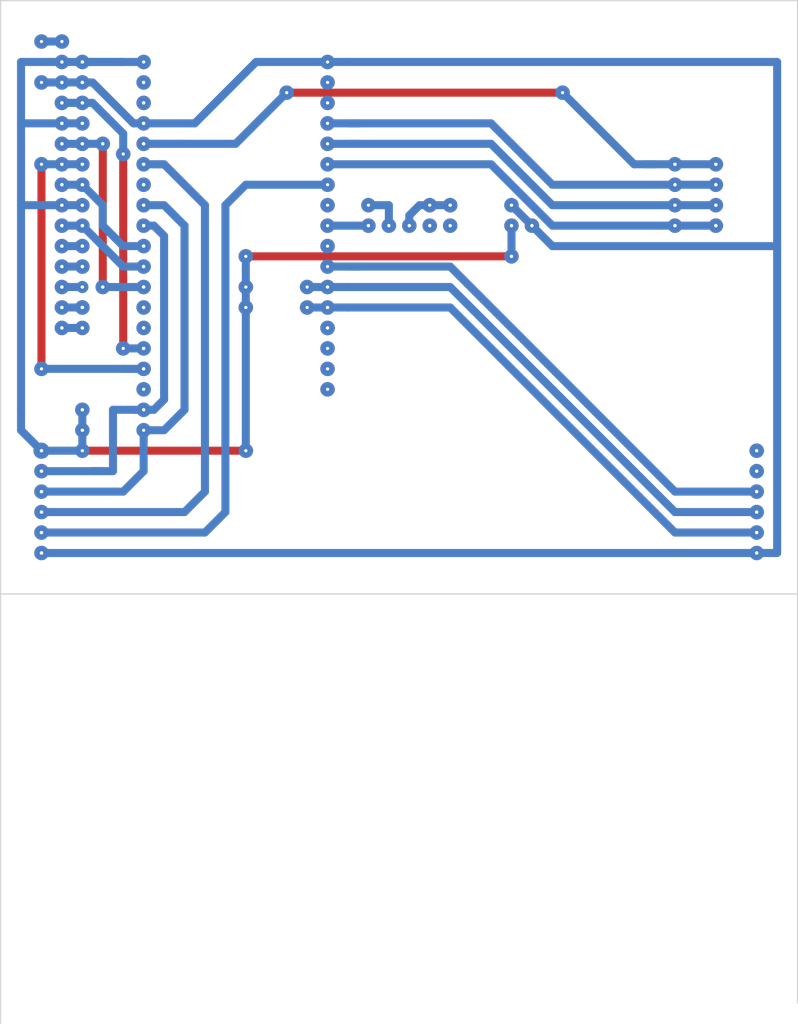
<source format=kicad_pcb>
(kicad_pcb (version 20171130) (host pcbnew "(5.0.1-3-g963ef8bb5)")

  (general
    (thickness 1.6)
    (drawings 5)
    (tracks 637)
    (zones 0)
    (modules 0)
    (nets 1)
  )

  (page A4)
  (layers
    (0 F.Cu signal)
    (31 B.Cu signal)
    (32 B.Adhes user)
    (33 F.Adhes user)
    (34 B.Paste user)
    (35 F.Paste user)
    (36 B.SilkS user)
    (37 F.SilkS user)
    (38 B.Mask user)
    (39 F.Mask user)
    (40 Dwgs.User user)
    (41 Cmts.User user)
    (42 Eco1.User user)
    (43 Eco2.User user)
    (44 Edge.Cuts user)
    (45 Margin user)
    (46 B.CrtYd user)
    (47 F.CrtYd user)
    (48 B.Fab user)
    (49 F.Fab user)
  )

  (setup
    (last_trace_width 1)
    (trace_clearance 0.2)
    (zone_clearance 0.508)
    (zone_45_only no)
    (trace_min 0.2)
    (segment_width 0.2)
    (edge_width 0.15)
    (via_size 1.8)
    (via_drill 0.4)
    (via_min_size 0.4)
    (via_min_drill 0.3)
    (uvia_size 0.3)
    (uvia_drill 0.1)
    (uvias_allowed no)
    (uvia_min_size 0.2)
    (uvia_min_drill 0.1)
    (pcb_text_width 0.3)
    (pcb_text_size 1.5 1.5)
    (mod_edge_width 0.15)
    (mod_text_size 1 1)
    (mod_text_width 0.15)
    (pad_size 1.524 1.524)
    (pad_drill 0.762)
    (pad_to_mask_clearance 0.051)
    (solder_mask_min_width 0.25)
    (aux_axis_origin 0 0)
    (visible_elements FFFFFF7F)
    (pcbplotparams
      (layerselection 0x010fc_ffffffff)
      (usegerberextensions false)
      (usegerberattributes false)
      (usegerberadvancedattributes false)
      (creategerberjobfile false)
      (excludeedgelayer true)
      (linewidth 0.150000)
      (plotframeref false)
      (viasonmask false)
      (mode 1)
      (useauxorigin false)
      (hpglpennumber 1)
      (hpglpenspeed 20)
      (hpglpendiameter 15.000000)
      (psnegative false)
      (psa4output false)
      (plotreference true)
      (plotvalue true)
      (plotinvisibletext false)
      (padsonsilk false)
      (subtractmaskfromsilk false)
      (outputformat 1)
      (mirror false)
      (drillshape 1)
      (scaleselection 1)
      (outputdirectory ""))
  )

  (net 0 "")

  (net_class Default "This is the default net class."
    (clearance 0.2)
    (trace_width 1)
    (via_dia 1.8)
    (via_drill 0.4)
    (uvia_dia 0.3)
    (uvia_drill 0.1)
  )

  (net_class neti ""
    (clearance 0.2)
    (trace_width 0.8)
    (via_dia 3)
    (via_drill 0.4)
    (uvia_dia 0.3)
    (uvia_drill 0.1)
  )

  (gr_line (start 57.15 91.44) (end 43.18 91.44) (layer Edge.Cuts) (width 0.15))
  (gr_line (start 57.15 91.44) (end 142.24 91.44) (layer Edge.Cuts) (width 0.15))
  (gr_line (start 142.24 17.78) (end 142.24 142.24) (layer Edge.Cuts) (width 0.15))
  (gr_line (start 43.18 17.78) (end 142.24 17.78) (layer Edge.Cuts) (width 0.15))
  (gr_line (start 43.18 144.78) (end 43.18 17.78) (layer Edge.Cuts) (width 0.15))

  (via (at 60.96 27.94) (size 0.8) (drill 0.4) (layers F.Cu B.Cu) (net 0))
  (via (at 60.96 30.48) (size 0.8) (drill 0.4) (layers F.Cu B.Cu) (net 0))
  (via (at 60.96 33.02) (size 0.8) (drill 0.4) (layers F.Cu B.Cu) (net 0))
  (via (at 60.96 35.56) (size 0.8) (drill 0.4) (layers F.Cu B.Cu) (net 0))
  (via (at 60.96 38.1) (size 0.8) (drill 0.4) (layers F.Cu B.Cu) (net 0))
  (via (at 60.96 38.1) (size 0.8) (drill 0.4) (layers F.Cu B.Cu) (net 0) (tstamp 5C68311F))
  (via (at 60.96 38.1) (size 0.8) (drill 0.4) (layers F.Cu B.Cu) (net 0))
  (via (at 60.96 40.64) (size 0.8) (drill 0.4) (layers F.Cu B.Cu) (net 0))
  (via (at 60.96 43.18) (size 0.8) (drill 0.4) (layers F.Cu B.Cu) (net 0))
  (via (at 60.96 45.72) (size 0.8) (drill 0.4) (layers F.Cu B.Cu) (net 0))
  (via (at 60.96 48.26) (size 0.8) (drill 0.4) (layers F.Cu B.Cu) (net 0))
  (via (at 60.96 50.8) (size 0.8) (drill 0.4) (layers F.Cu B.Cu) (net 0))
  (via (at 60.96 53.34) (size 0.8) (drill 0.4) (layers F.Cu B.Cu) (net 0))
  (via (at 60.96 55.88) (size 0.8) (drill 0.4) (layers F.Cu B.Cu) (net 0))
  (via (at 60.96 58.42) (size 0.8) (drill 0.4) (layers F.Cu B.Cu) (net 0))
  (via (at 60.96 60.96) (size 0.8) (drill 0.4) (layers F.Cu B.Cu) (net 0))
  (via (at 60.96 63.5) (size 0.8) (drill 0.4) (layers F.Cu B.Cu) (net 0))
  (via (at 53.34 25.4) (size 0.8) (drill 0.4) (layers F.Cu B.Cu) (net 0))
  (via (at 53.34 27.94) (size 0.8) (drill 0.4) (layers F.Cu B.Cu) (net 0))
  (via (at 53.34 30.48) (size 0.8) (drill 0.4) (layers F.Cu B.Cu) (net 0))
  (via (at 53.34 33.02) (size 0.8) (drill 0.4) (layers F.Cu B.Cu) (net 0))
  (via (at 53.34 35.56) (size 0.8) (drill 0.4) (layers F.Cu B.Cu) (net 0))
  (via (at 53.34 38.1) (size 0.8) (drill 0.4) (layers F.Cu B.Cu) (net 0))
  (via (at 53.34 40.64) (size 0.8) (drill 0.4) (layers F.Cu B.Cu) (net 0))
  (via (at 53.34 43.18) (size 0.8) (drill 0.4) (layers F.Cu B.Cu) (net 0))
  (via (at 53.34 45.72) (size 0.8) (drill 0.4) (layers F.Cu B.Cu) (net 0))
  (via (at 53.34 48.26) (size 0.8) (drill 0.4) (layers F.Cu B.Cu) (net 0))
  (via (at 53.34 50.8) (size 0.8) (drill 0.4) (layers F.Cu B.Cu) (net 0))
  (via (at 53.34 53.34) (size 0.8) (drill 0.4) (layers F.Cu B.Cu) (net 0))
  (via (at 53.34 55.88) (size 0.8) (drill 0.4) (layers F.Cu B.Cu) (net 0))
  (via (at 53.34 58.42) (size 0.8) (drill 0.4) (layers F.Cu B.Cu) (net 0))
  (segment (start 50.8 25.4) (end 50.8 25.4) (width 0.25) (layer B.Cu) (net 0) (tstamp 5C683492))
  (via (at 50.8 25.4) (size 0.8) (drill 0.4) (layers F.Cu B.Cu) (net 0))
  (via (at 50.8 27.94) (size 0.8) (drill 0.4) (layers F.Cu B.Cu) (net 0))
  (via (at 50.8 30.48) (size 0.8) (drill 0.4) (layers F.Cu B.Cu) (net 0))
  (via (at 50.8 33.02) (size 0.8) (drill 0.4) (layers F.Cu B.Cu) (net 0))
  (via (at 50.8 35.56) (size 0.8) (drill 0.4) (layers F.Cu B.Cu) (net 0))
  (via (at 50.8 38.1) (size 0.8) (drill 0.4) (layers F.Cu B.Cu) (net 0))
  (via (at 50.8 40.64) (size 0.8) (drill 0.4) (layers F.Cu B.Cu) (net 0))
  (via (at 50.8 43.18) (size 0.8) (drill 0.4) (layers F.Cu B.Cu) (net 0))
  (via (at 50.8 45.72) (size 0.8) (drill 0.4) (layers F.Cu B.Cu) (net 0))
  (via (at 50.8 48.26) (size 0.8) (drill 0.4) (layers F.Cu B.Cu) (net 0))
  (via (at 50.8 50.8) (size 0.8) (drill 0.4) (layers F.Cu B.Cu) (net 0))
  (via (at 50.8 53.34) (size 0.8) (drill 0.4) (layers F.Cu B.Cu) (net 0))
  (via (at 50.8 55.88) (size 0.8) (drill 0.4) (layers F.Cu B.Cu) (net 0))
  (via (at 50.8 58.42) (size 0.8) (drill 0.4) (layers F.Cu B.Cu) (net 0))
  (via (at 127 38.1) (size 0.8) (drill 0.4) (layers F.Cu B.Cu) (net 0))
  (via (at 127 40.64) (size 0.8) (drill 0.4) (layers F.Cu B.Cu) (net 0))
  (via (at 127 43.18) (size 0.8) (drill 0.4) (layers F.Cu B.Cu) (net 0))
  (via (at 127 45.72) (size 0.8) (drill 0.4) (layers F.Cu B.Cu) (net 0))
  (via (at 132.08 45.72) (size 0.8) (drill 0.4) (layers F.Cu B.Cu) (net 0))
  (via (at 132.08 43.18) (size 0.8) (drill 0.4) (layers F.Cu B.Cu) (net 0))
  (via (at 132.08 40.64) (size 0.8) (drill 0.4) (layers F.Cu B.Cu) (net 0))
  (via (at 132.08 38.1) (size 0.8) (drill 0.4) (layers F.Cu B.Cu) (net 0))
  (via (at 48.26 76.2) (size 0.8) (drill 0.4) (layers F.Cu B.Cu) (net 0))
  (via (at 48.26 78.74) (size 0.8) (drill 0.4) (layers F.Cu B.Cu) (net 0))
  (via (at 48.26 81.28) (size 0.8) (drill 0.4) (layers F.Cu B.Cu) (net 0))
  (via (at 48.26 83.82) (size 0.8) (drill 0.4) (layers F.Cu B.Cu) (net 0))
  (via (at 48.26 86.36) (size 0.8) (drill 0.4) (layers F.Cu B.Cu) (net 0))
  (via (at 137.16 76.2) (size 0.8) (drill 0.4) (layers F.Cu B.Cu) (net 0))
  (via (at 137.16 78.74) (size 0.8) (drill 0.4) (layers F.Cu B.Cu) (net 0))
  (via (at 137.16 81.28) (size 0.8) (drill 0.4) (layers F.Cu B.Cu) (net 0))
  (via (at 137.16 83.82) (size 0.8) (drill 0.4) (layers F.Cu B.Cu) (net 0))
  (via (at 137.16 86.36) (size 0.8) (drill 0.4) (layers F.Cu B.Cu) (net 0))
  (via (at 48.26 78.74) (size 0.8) (drill 0.4) (layers F.Cu B.Cu) (net 0) (tstamp 5C6836AE))
  (via (at 48.26 78.74) (size 0.8) (drill 0.4) (layers F.Cu B.Cu) (net 0))
  (via (at 60.96 63.5) (size 0.8) (drill 0.4) (layers F.Cu B.Cu) (net 0) (tstamp 5C6837BA))
  (via (at 60.96 63.5) (size 1.2) (drill 0.4) (layers F.Cu B.Cu) (net 0))
  (via (at 60.96 60.96) (size 0.8) (drill 0.4) (layers F.Cu B.Cu) (net 0) (tstamp 5C6837BC))
  (via (at 60.96 60.96) (size 1.2) (drill 0.4) (layers F.Cu B.Cu) (net 0))
  (via (at 60.96 27.94) (size 0.8) (drill 0.4) (layers F.Cu B.Cu) (net 0) (tstamp 5C6837BF))
  (via (at 60.96 27.94) (size 1.2) (drill 0.4) (layers F.Cu B.Cu) (net 0))
  (via (at 60.96 30.48) (size 0.8) (drill 0.4) (layers F.Cu B.Cu) (net 0) (tstamp 5C6837C1))
  (via (at 60.96 30.48) (size 1.2) (drill 0.4) (layers F.Cu B.Cu) (net 0))
  (via (at 60.96 33.02) (size 0.8) (drill 0.4) (layers F.Cu B.Cu) (net 0) (tstamp 5C6837C3))
  (via (at 60.96 33.02) (size 1.2) (drill 0.4) (layers F.Cu B.Cu) (net 0))
  (via (at 60.96 35.56) (size 0.8) (drill 0.4) (layers F.Cu B.Cu) (net 0) (tstamp 5C6837C5))
  (via (at 60.96 35.56) (size 1.2) (drill 0.4) (layers F.Cu B.Cu) (net 0))
  (via (at 60.96 38.1) (size 0.8) (drill 0.4) (layers F.Cu B.Cu) (net 0) (tstamp 5C6837C7))
  (via (at 60.96 38.1) (size 1.2) (drill 0.4) (layers F.Cu B.Cu) (net 0))
  (via (at 60.96 40.64) (size 0.8) (drill 0.4) (layers F.Cu B.Cu) (net 0) (tstamp 5C6837C9))
  (via (at 60.96 40.64) (size 1.2) (drill 0.4) (layers F.Cu B.Cu) (net 0))
  (via (at 60.96 43.18) (size 0.8) (drill 0.4) (layers F.Cu B.Cu) (net 0) (tstamp 5C6837CB))
  (via (at 60.96 43.18) (size 1.2) (drill 0.4) (layers F.Cu B.Cu) (net 0))
  (via (at 60.96 45.72) (size 0.8) (drill 0.4) (layers F.Cu B.Cu) (net 0) (tstamp 5C6837CD))
  (via (at 60.96 45.72) (size 1.2) (drill 0.4) (layers F.Cu B.Cu) (net 0))
  (via (at 60.96 48.26) (size 0.8) (drill 0.4) (layers F.Cu B.Cu) (net 0) (tstamp 5C6837CF))
  (via (at 60.96 48.26) (size 1.2) (drill 0.4) (layers F.Cu B.Cu) (net 0))
  (via (at 60.96 50.8) (size 0.8) (drill 0.4) (layers F.Cu B.Cu) (net 0) (tstamp 5C6837D1))
  (via (at 60.96 50.8) (size 1.2) (drill 0.4) (layers F.Cu B.Cu) (net 0))
  (via (at 60.96 53.34) (size 0.8) (drill 0.4) (layers F.Cu B.Cu) (net 0) (tstamp 5C6837D3))
  (via (at 60.96 53.34) (size 1.2) (drill 0.4) (layers F.Cu B.Cu) (net 0))
  (via (at 60.96 55.88) (size 0.8) (drill 0.4) (layers F.Cu B.Cu) (net 0) (tstamp 5C6837D5))
  (via (at 60.96 55.88) (size 1.2) (drill 0.4) (layers F.Cu B.Cu) (net 0))
  (via (at 60.96 58.42) (size 0.8) (drill 0.4) (layers F.Cu B.Cu) (net 0) (tstamp 5C6837D7))
  (via (at 60.96 58.42) (size 1.2) (drill 0.4) (layers F.Cu B.Cu) (net 0))
  (via (at 60.96 60.96) (size 0.8) (drill 0.4) (layers F.Cu B.Cu) (net 0) (tstamp 5C6837D9))
  (via (at 60.96 60.96) (size 1.2) (drill 0.4) (layers F.Cu B.Cu) (net 0))
  (via (at 60.96 63.5) (size 0.8) (drill 0.4) (layers F.Cu B.Cu) (net 0) (tstamp 5C6837EF))
  (via (at 60.96 63.5) (size 1.2) (drill 0.4) (layers F.Cu B.Cu) (net 0))
  (via (at 60.96 63.5) (size 0.8) (drill 0.4) (layers F.Cu B.Cu) (net 0) (tstamp 5C6837F3))
  (via (at 60.96 63.5) (size 1.5) (drill 0.4) (layers F.Cu B.Cu) (net 0))
  (via (at 60.96 60.96) (size 0.8) (drill 0.4) (layers F.Cu B.Cu) (net 0) (tstamp 5C6837F5))
  (via (at 60.96 60.96) (size 1.5) (drill 0.4) (layers F.Cu B.Cu) (net 0))
  (via (at 60.96 60.96) (size 0.8) (drill 0.4) (layers F.Cu B.Cu) (net 0) (tstamp 5C6837F7))
  (via (at 60.96 60.96) (size 1.5) (drill 0.4) (layers F.Cu B.Cu) (net 0))
  (via (at 60.96 58.42) (size 0.8) (drill 0.4) (layers F.Cu B.Cu) (net 0) (tstamp 5C6837F9))
  (via (at 60.96 58.42) (size 1.5) (drill 0.4) (layers F.Cu B.Cu) (net 0))
  (via (at 60.96 55.88) (size 0.8) (drill 0.4) (layers F.Cu B.Cu) (net 0) (tstamp 5C6837FB))
  (via (at 60.96 55.88) (size 1.5) (drill 0.4) (layers F.Cu B.Cu) (net 0))
  (via (at 60.96 53.34) (size 0.8) (drill 0.4) (layers F.Cu B.Cu) (net 0) (tstamp 5C6837FD))
  (via (at 60.96 53.34) (size 1.5) (drill 0.4) (layers F.Cu B.Cu) (net 0))
  (via (at 60.96 50.8) (size 0.8) (drill 0.4) (layers F.Cu B.Cu) (net 0) (tstamp 5C6837FF))
  (via (at 60.96 50.8) (size 1.5) (drill 0.4) (layers F.Cu B.Cu) (net 0))
  (via (at 60.96 48.26) (size 0.8) (drill 0.4) (layers F.Cu B.Cu) (net 0) (tstamp 5C683801))
  (via (at 60.96 48.26) (size 1.5) (drill 0.4) (layers F.Cu B.Cu) (net 0))
  (via (at 60.96 45.72) (size 0.8) (drill 0.4) (layers F.Cu B.Cu) (net 0) (tstamp 5C683803))
  (via (at 60.96 45.72) (size 1.5) (drill 0.4) (layers F.Cu B.Cu) (net 0))
  (via (at 60.96 43.18) (size 0.8) (drill 0.4) (layers F.Cu B.Cu) (net 0) (tstamp 5C683805))
  (via (at 60.96 43.18) (size 1.5) (drill 0.4) (layers F.Cu B.Cu) (net 0))
  (via (at 60.96 40.64) (size 0.8) (drill 0.4) (layers F.Cu B.Cu) (net 0) (tstamp 5C683807))
  (via (at 60.96 40.64) (size 1.5) (drill 0.4) (layers F.Cu B.Cu) (net 0))
  (via (at 60.96 38.1) (size 0.8) (drill 0.4) (layers F.Cu B.Cu) (net 0) (tstamp 5C683809))
  (via (at 60.96 38.1) (size 1.5) (drill 0.4) (layers F.Cu B.Cu) (net 0))
  (via (at 60.96 35.56) (size 0.8) (drill 0.4) (layers F.Cu B.Cu) (net 0) (tstamp 5C68380B))
  (via (at 60.96 35.56) (size 1.5) (drill 0.4) (layers F.Cu B.Cu) (net 0))
  (via (at 60.96 33.02) (size 0.8) (drill 0.4) (layers F.Cu B.Cu) (net 0) (tstamp 5C68380D))
  (via (at 60.96 33.02) (size 1.5) (drill 0.4) (layers F.Cu B.Cu) (net 0))
  (via (at 60.96 30.48) (size 0.8) (drill 0.4) (layers F.Cu B.Cu) (net 0) (tstamp 5C68380F))
  (via (at 60.96 30.48) (size 1.5) (drill 0.4) (layers F.Cu B.Cu) (net 0))
  (via (at 60.96 27.94) (size 0.8) (drill 0.4) (layers F.Cu B.Cu) (net 0) (tstamp 5C683811))
  (via (at 60.96 27.94) (size 1.5) (drill 0.4) (layers F.Cu B.Cu) (net 0))
  (via (at 53.34 25.4) (size 0.8) (drill 0.4) (layers F.Cu B.Cu) (net 0) (tstamp 5C683813))
  (via (at 53.34 25.4) (size 1.5) (drill 0.4) (layers F.Cu B.Cu) (net 0))
  (via (at 53.34 27.94) (size 0.8) (drill 0.4) (layers F.Cu B.Cu) (net 0) (tstamp 5C683815))
  (via (at 53.34 27.94) (size 1.5) (drill 0.4) (layers F.Cu B.Cu) (net 0))
  (via (at 53.34 30.48) (size 0.8) (drill 0.4) (layers F.Cu B.Cu) (net 0) (tstamp 5C683817))
  (via (at 53.34 30.48) (size 1.5) (drill 0.4) (layers F.Cu B.Cu) (net 0))
  (via (at 53.34 33.02) (size 0.8) (drill 0.4) (layers F.Cu B.Cu) (net 0) (tstamp 5C683819))
  (via (at 53.34 33.02) (size 1.5) (drill 0.4) (layers F.Cu B.Cu) (net 0))
  (via (at 53.34 35.56) (size 0.8) (drill 0.4) (layers F.Cu B.Cu) (net 0) (tstamp 5C68381B))
  (via (at 53.34 35.56) (size 1.5) (drill 0.4) (layers F.Cu B.Cu) (net 0))
  (via (at 53.34 38.1) (size 0.8) (drill 0.4) (layers F.Cu B.Cu) (net 0) (tstamp 5C68381D))
  (via (at 53.34 38.1) (size 1.5) (drill 0.4) (layers F.Cu B.Cu) (net 0))
  (via (at 53.34 40.64) (size 0.8) (drill 0.4) (layers F.Cu B.Cu) (net 0) (tstamp 5C68381F))
  (via (at 53.34 40.64) (size 1.5) (drill 0.4) (layers F.Cu B.Cu) (net 0))
  (via (at 53.34 43.18) (size 0.8) (drill 0.4) (layers F.Cu B.Cu) (net 0) (tstamp 5C683821))
  (via (at 53.34 43.18) (size 1.5) (drill 0.4) (layers F.Cu B.Cu) (net 0))
  (via (at 53.34 45.72) (size 0.8) (drill 0.4) (layers F.Cu B.Cu) (net 0) (tstamp 5C683823))
  (via (at 53.34 45.72) (size 1.5) (drill 0.4) (layers F.Cu B.Cu) (net 0))
  (via (at 53.34 48.26) (size 0.8) (drill 0.4) (layers F.Cu B.Cu) (net 0) (tstamp 5C683825))
  (via (at 53.34 48.26) (size 1.5) (drill 0.4) (layers F.Cu B.Cu) (net 0))
  (via (at 53.34 50.8) (size 0.8) (drill 0.4) (layers F.Cu B.Cu) (net 0) (tstamp 5C683827))
  (via (at 53.34 50.8) (size 1.5) (drill 0.4) (layers F.Cu B.Cu) (net 0))
  (via (at 53.34 53.34) (size 0.8) (drill 0.4) (layers F.Cu B.Cu) (net 0) (tstamp 5C683829))
  (via (at 53.34 53.34) (size 1.5) (drill 0.4) (layers F.Cu B.Cu) (net 0))
  (via (at 53.34 55.88) (size 0.8) (drill 0.4) (layers F.Cu B.Cu) (net 0) (tstamp 5C68382B))
  (via (at 53.34 55.88) (size 1.5) (drill 0.4) (layers F.Cu B.Cu) (net 0))
  (via (at 53.34 58.42) (size 0.8) (drill 0.4) (layers F.Cu B.Cu) (net 0) (tstamp 5C68382D))
  (via (at 53.34 58.42) (size 1.5) (drill 0.4) (layers F.Cu B.Cu) (net 0))
  (segment (start 50.8 25.4) (end 50.8 25.4) (width 0.25) (layer B.Cu) (net 0) (tstamp 5C68382F))
  (via (at 50.8 25.4) (size 1.5) (drill 0.4) (layers F.Cu B.Cu) (net 0))
  (via (at 50.8 27.94) (size 0.8) (drill 0.4) (layers F.Cu B.Cu) (net 0) (tstamp 5C683831))
  (via (at 50.8 27.94) (size 1.5) (drill 0.4) (layers F.Cu B.Cu) (net 0))
  (via (at 50.8 30.48) (size 0.8) (drill 0.4) (layers F.Cu B.Cu) (net 0) (tstamp 5C683833))
  (via (at 50.8 30.48) (size 1.5) (drill 0.4) (layers F.Cu B.Cu) (net 0))
  (via (at 50.8 33.02) (size 0.8) (drill 0.4) (layers F.Cu B.Cu) (net 0) (tstamp 5C683835))
  (via (at 50.8 33.02) (size 1.5) (drill 0.4) (layers F.Cu B.Cu) (net 0))
  (via (at 50.8 35.56) (size 0.8) (drill 0.4) (layers F.Cu B.Cu) (net 0) (tstamp 5C683837))
  (via (at 50.8 35.56) (size 1.5) (drill 0.4) (layers F.Cu B.Cu) (net 0))
  (via (at 50.8 38.1) (size 0.8) (drill 0.4) (layers F.Cu B.Cu) (net 0) (tstamp 5C683839))
  (via (at 50.8 38.1) (size 1.5) (drill 0.4) (layers F.Cu B.Cu) (net 0))
  (via (at 50.8 40.64) (size 0.8) (drill 0.4) (layers F.Cu B.Cu) (net 0) (tstamp 5C68383B))
  (via (at 50.8 40.64) (size 1.5) (drill 0.4) (layers F.Cu B.Cu) (net 0))
  (via (at 50.8 43.18) (size 0.8) (drill 0.4) (layers F.Cu B.Cu) (net 0) (tstamp 5C68383D))
  (via (at 50.8 43.18) (size 1.5) (drill 0.4) (layers F.Cu B.Cu) (net 0))
  (via (at 50.8 45.72) (size 0.8) (drill 0.4) (layers F.Cu B.Cu) (net 0) (tstamp 5C68383F))
  (via (at 50.8 45.72) (size 1.5) (drill 0.4) (layers F.Cu B.Cu) (net 0))
  (via (at 50.8 48.26) (size 0.8) (drill 0.4) (layers F.Cu B.Cu) (net 0) (tstamp 5C683841))
  (via (at 50.8 48.26) (size 1.5) (drill 0.4) (layers F.Cu B.Cu) (net 0))
  (via (at 50.8 50.8) (size 0.8) (drill 0.4) (layers F.Cu B.Cu) (net 0) (tstamp 5C683843))
  (via (at 50.8 50.8) (size 1.5) (drill 0.4) (layers F.Cu B.Cu) (net 0))
  (via (at 50.8 53.34) (size 0.8) (drill 0.4) (layers F.Cu B.Cu) (net 0) (tstamp 5C683845))
  (via (at 50.8 53.34) (size 1.5) (drill 0.4) (layers F.Cu B.Cu) (net 0))
  (via (at 50.8 55.88) (size 0.8) (drill 0.4) (layers F.Cu B.Cu) (net 0) (tstamp 5C683847))
  (via (at 50.8 55.88) (size 1.5) (drill 0.4) (layers F.Cu B.Cu) (net 0))
  (via (at 50.8 58.42) (size 0.8) (drill 0.4) (layers F.Cu B.Cu) (net 0) (tstamp 5C683849))
  (via (at 50.8 58.42) (size 1.5) (drill 0.4) (layers F.Cu B.Cu) (net 0))
  (via (at 127 38.1) (size 0.8) (drill 0.4) (layers F.Cu B.Cu) (net 0) (tstamp 5C683869))
  (via (at 127 38.1) (size 1.5) (drill 0.4) (layers F.Cu B.Cu) (net 0))
  (via (at 127 40.64) (size 0.8) (drill 0.4) (layers F.Cu B.Cu) (net 0) (tstamp 5C68386B))
  (via (at 127 40.64) (size 1.5) (drill 0.4) (layers F.Cu B.Cu) (net 0))
  (via (at 127 43.18) (size 0.8) (drill 0.4) (layers F.Cu B.Cu) (net 0) (tstamp 5C68386D))
  (via (at 127 43.18) (size 1.5) (drill 0.4) (layers F.Cu B.Cu) (net 0))
  (via (at 127 45.72) (size 0.8) (drill 0.4) (layers F.Cu B.Cu) (net 0) (tstamp 5C68386F))
  (via (at 127 45.72) (size 1.5) (drill 0.4) (layers F.Cu B.Cu) (net 0))
  (via (at 132.08 45.72) (size 0.8) (drill 0.4) (layers F.Cu B.Cu) (net 0) (tstamp 5C683871))
  (via (at 132.08 45.72) (size 1.5) (drill 0.4) (layers F.Cu B.Cu) (net 0))
  (via (at 132.08 43.18) (size 0.8) (drill 0.4) (layers F.Cu B.Cu) (net 0) (tstamp 5C683873))
  (via (at 132.08 43.18) (size 1.5) (drill 0.4) (layers F.Cu B.Cu) (net 0))
  (via (at 132.08 40.64) (size 0.8) (drill 0.4) (layers F.Cu B.Cu) (net 0) (tstamp 5C683875))
  (via (at 132.08 40.64) (size 1.5) (drill 0.4) (layers F.Cu B.Cu) (net 0))
  (via (at 132.08 38.1) (size 0.8) (drill 0.4) (layers F.Cu B.Cu) (net 0) (tstamp 5C683877))
  (via (at 132.08 38.1) (size 1.5) (drill 0.4) (layers F.Cu B.Cu) (net 0))
  (via (at 137.16 76.2) (size 0.8) (drill 0.4) (layers F.Cu B.Cu) (net 0) (tstamp 5C683879))
  (via (at 137.16 76.2) (size 1.5) (drill 0.4) (layers F.Cu B.Cu) (net 0))
  (via (at 137.16 78.74) (size 0.8) (drill 0.4) (layers F.Cu B.Cu) (net 0) (tstamp 5C68387B))
  (via (at 137.16 78.74) (size 1.5) (drill 0.4) (layers F.Cu B.Cu) (net 0))
  (via (at 137.16 81.28) (size 0.8) (drill 0.4) (layers F.Cu B.Cu) (net 0) (tstamp 5C68387D))
  (via (at 137.16 81.28) (size 1.5) (drill 0.4) (layers F.Cu B.Cu) (net 0))
  (via (at 137.16 83.82) (size 0.8) (drill 0.4) (layers F.Cu B.Cu) (net 0) (tstamp 5C68387F))
  (via (at 137.16 83.82) (size 1.5) (drill 0.4) (layers F.Cu B.Cu) (net 0))
  (via (at 137.16 86.36) (size 0.8) (drill 0.4) (layers F.Cu B.Cu) (net 0) (tstamp 5C683881))
  (via (at 137.16 86.36) (size 1.5) (drill 0.4) (layers F.Cu B.Cu) (net 0))
  (via (at 48.26 76.2) (size 0.8) (drill 0.4) (layers F.Cu B.Cu) (net 0) (tstamp 5C683885))
  (via (at 48.26 73.66) (size 1.5) (drill 0.4) (layers F.Cu B.Cu) (net 0))
  (via (at 48.26 78.74) (size 0.8) (drill 0.4) (layers F.Cu B.Cu) (net 0) (tstamp 5C683887))
  (via (at 48.26 78.74) (size 1.5) (drill 0.4) (layers F.Cu B.Cu) (net 0))
  (via (at 48.26 81.28) (size 0.8) (drill 0.4) (layers F.Cu B.Cu) (net 0) (tstamp 5C683889))
  (via (at 48.26 81.28) (size 1.5) (drill 0.4) (layers F.Cu B.Cu) (net 0))
  (via (at 48.26 83.82) (size 0.8) (drill 0.4) (layers F.Cu B.Cu) (net 0) (tstamp 5C68388B))
  (via (at 48.26 83.82) (size 1.5) (drill 0.4) (layers F.Cu B.Cu) (net 0))
  (via (at 48.26 86.36) (size 0.8) (drill 0.4) (layers F.Cu B.Cu) (net 0) (tstamp 5C68388D))
  (via (at 48.26 86.36) (size 1.5) (drill 0.4) (layers F.Cu B.Cu) (net 0))
  (segment (start 50.8 25.4) (end 53.34 25.4) (width 0.5) (layer B.Cu) (net 0))
  (segment (start 53.34 25.4) (end 58.42 25.4) (width 0.5) (layer B.Cu) (net 0))
  (segment (start 48.26 25.4) (end 50.8 25.4) (width 0.5) (layer B.Cu) (net 0))
  (segment (start 50.8 33.02) (end 48.26 33.02) (width 0.5) (layer B.Cu) (net 0))
  (segment (start 50.8 43.18) (end 48.26 43.18) (width 0.5) (layer B.Cu) (net 0))
  (segment (start 139.7 27.94) (end 139.7 25.4) (width 0.5) (layer B.Cu) (net 0))
  (segment (start 139.7 38.1) (end 139.7 27.94) (width 0.5) (layer B.Cu) (net 0))
  (via (at 48.26 76.2) (size 0.8) (drill 0.4) (layers F.Cu B.Cu) (net 0) (tstamp 5C6842EE))
  (via (at 48.26 76.2) (size 1.5) (drill 0.4) (layers F.Cu B.Cu) (net 0))
  (via (at 137.16 73.66) (size 1.5) (drill 0.4) (layers F.Cu B.Cu) (net 0))
  (segment (start 139.7 73.66) (end 139.7 76.2) (width 0.5) (layer B.Cu) (net 0))
  (via (at 55.88 35.56) (size 1.5) (drill 0.4) (layers F.Cu B.Cu) (net 0))
  (via (at 55.88 53.34) (size 1.5) (drill 0.4) (layers F.Cu B.Cu) (net 0))
  (via (at 53.34 68.58) (size 1.5) (drill 0.4) (layers F.Cu B.Cu) (net 0))
  (via (at 53.34 71.12) (size 1.5) (drill 0.4) (layers F.Cu B.Cu) (net 0))
  (via (at 83.82 53.34) (size 1.5) (drill 0.4) (layers F.Cu B.Cu) (net 0))
  (via (at 83.82 55.88) (size 1.5) (drill 0.4) (layers F.Cu B.Cu) (net 0))
  (segment (start 139.7 86.36) (end 139.7 76.2) (width 0.5) (layer B.Cu) (net 0))
  (via (at 88.9 45.72) (size 1.5) (drill 0.4) (layers F.Cu B.Cu) (net 0))
  (via (at 91.44 45.72) (size 1.5) (drill 0.4) (layers F.Cu B.Cu) (net 0))
  (via (at 93.98 45.72) (size 1.5) (drill 0.4) (layers F.Cu B.Cu) (net 0))
  (via (at 96.52 45.72) (size 1.5) (drill 0.4) (layers F.Cu B.Cu) (net 0))
  (via (at 99.06 45.72) (size 1.5) (drill 0.4) (layers F.Cu B.Cu) (net 0))
  (via (at 106.68 45.72) (size 1.5) (drill 0.4) (layers F.Cu B.Cu) (net 0))
  (via (at 109.22 45.72) (size 1.5) (drill 0.4) (layers F.Cu B.Cu) (net 0))
  (segment (start 139.7 48.26) (end 139.7 73.66) (width 0.5) (layer B.Cu) (net 0))
  (segment (start 139.7 38.1) (end 139.7 48.26) (width 0.5) (layer B.Cu) (net 0))
  (via (at 99.06 43.18) (size 1.5) (drill 0.4) (layers F.Cu B.Cu) (net 0))
  (via (at 106.68 43.18) (size 1.5) (drill 0.4) (layers F.Cu B.Cu) (net 0))
  (via (at 106.68 49.53) (size 1.5) (drill 0.4) (layers F.Cu B.Cu) (net 0))
  (via (at 48.26 73.66) (size 1.5) (drill 0.4) (layers F.Cu B.Cu) (net 0) (tstamp 5C7B7556))
  (via (at 48.26 73.66) (size 2) (drill 0.4) (layers F.Cu B.Cu) (net 0))
  (via (at 48.26 76.2) (size 0.8) (drill 0.4) (layers F.Cu B.Cu) (net 0) (tstamp 5C7B7558))
  (via (at 48.26 76.2) (size 1.8) (drill 0.4) (layers F.Cu B.Cu) (net 0))
  (via (at 48.26 78.74) (size 0.8) (drill 0.4) (layers F.Cu B.Cu) (net 0) (tstamp 5C7B755A))
  (via (at 48.26 78.74) (size 1.8) (drill 0.4) (layers F.Cu B.Cu) (net 0))
  (via (at 48.26 81.28) (size 0.8) (drill 0.4) (layers F.Cu B.Cu) (net 0) (tstamp 5C7B755C))
  (via (at 48.26 81.28) (size 1.8) (drill 0.4) (layers F.Cu B.Cu) (net 0))
  (via (at 48.26 83.82) (size 0.8) (drill 0.4) (layers F.Cu B.Cu) (net 0) (tstamp 5C7B755E))
  (via (at 48.26 83.82) (size 1.8) (drill 0.4) (layers F.Cu B.Cu) (net 0))
  (via (at 48.26 86.36) (size 0.8) (drill 0.4) (layers F.Cu B.Cu) (net 0) (tstamp 5C7B7560))
  (via (at 48.26 86.36) (size 1.8) (drill 0.4) (layers F.Cu B.Cu) (net 0))
  (via (at 137.16 73.66) (size 1.5) (drill 0.4) (layers F.Cu B.Cu) (net 0) (tstamp 5C7B7562))
  (via (at 137.16 73.66) (size 1.8) (drill 0.4) (layers F.Cu B.Cu) (net 0))
  (via (at 137.16 76.2) (size 0.8) (drill 0.4) (layers F.Cu B.Cu) (net 0) (tstamp 5C7B7564))
  (via (at 137.16 76.2) (size 1.8) (drill 0.4) (layers F.Cu B.Cu) (net 0))
  (via (at 137.16 78.74) (size 0.8) (drill 0.4) (layers F.Cu B.Cu) (net 0) (tstamp 5C7B7566))
  (via (at 137.16 78.74) (size 1.8) (drill 0.4) (layers F.Cu B.Cu) (net 0))
  (via (at 137.16 81.28) (size 0.8) (drill 0.4) (layers F.Cu B.Cu) (net 0) (tstamp 5C7B7568))
  (via (at 137.16 81.28) (size 1.8) (drill 0.4) (layers F.Cu B.Cu) (net 0))
  (via (at 137.16 83.82) (size 0.8) (drill 0.4) (layers F.Cu B.Cu) (net 0) (tstamp 5C7B756A))
  (via (at 137.16 83.82) (size 1.8) (drill 0.4) (layers F.Cu B.Cu) (net 0))
  (via (at 137.16 86.36) (size 0.8) (drill 0.4) (layers F.Cu B.Cu) (net 0) (tstamp 5C7B756C))
  (via (at 137.16 86.36) (size 1.8) (drill 0.4) (layers F.Cu B.Cu) (net 0))
  (via (at 132.08 38.1) (size 0.8) (drill 0.4) (layers F.Cu B.Cu) (net 0) (tstamp 5C7B756E))
  (via (at 132.08 38.1) (size 1.8) (drill 0.4) (layers F.Cu B.Cu) (net 0))
  (via (at 132.08 40.64) (size 0.8) (drill 0.4) (layers F.Cu B.Cu) (net 0) (tstamp 5C7B7570))
  (via (at 132.08 40.64) (size 1.8) (drill 0.4) (layers F.Cu B.Cu) (net 0))
  (via (at 132.08 43.18) (size 0.8) (drill 0.4) (layers F.Cu B.Cu) (net 0) (tstamp 5C7B7572))
  (via (at 132.08 43.18) (size 1.8) (drill 0.4) (layers F.Cu B.Cu) (net 0))
  (via (at 132.08 45.72) (size 0.8) (drill 0.4) (layers F.Cu B.Cu) (net 0) (tstamp 5C7B7574))
  (via (at 132.08 45.72) (size 1.8) (drill 0.4) (layers F.Cu B.Cu) (net 0))
  (via (at 127 38.1) (size 0.8) (drill 0.4) (layers F.Cu B.Cu) (net 0) (tstamp 5C7B7576))
  (via (at 127 38.1) (size 1.8) (drill 0.4) (layers F.Cu B.Cu) (net 0))
  (via (at 127 40.64) (size 0.8) (drill 0.4) (layers F.Cu B.Cu) (net 0) (tstamp 5C7B7578))
  (via (at 127 40.64) (size 1.8) (drill 0.4) (layers F.Cu B.Cu) (net 0))
  (via (at 127 43.18) (size 0.8) (drill 0.4) (layers F.Cu B.Cu) (net 0) (tstamp 5C7B757A))
  (via (at 127 43.18) (size 1.8) (drill 0.4) (layers F.Cu B.Cu) (net 0))
  (via (at 127 45.72) (size 0.8) (drill 0.4) (layers F.Cu B.Cu) (net 0) (tstamp 5C7B757C))
  (via (at 127 45.72) (size 1.8) (drill 0.4) (layers F.Cu B.Cu) (net 0))
  (via (at 60.96 27.94) (size 0.8) (drill 0.4) (layers F.Cu B.Cu) (net 0) (tstamp 5C7B759C))
  (via (at 60.96 27.94) (size 1.8) (drill 0.4) (layers F.Cu B.Cu) (net 0))
  (via (at 60.96 30.48) (size 0.8) (drill 0.4) (layers F.Cu B.Cu) (net 0) (tstamp 5C7B759E))
  (via (at 60.96 30.48) (size 1.8) (drill 0.4) (layers F.Cu B.Cu) (net 0))
  (via (at 60.96 33.02) (size 0.8) (drill 0.4) (layers F.Cu B.Cu) (net 0) (tstamp 5C7B75A0))
  (via (at 60.96 33.02) (size 1.8) (drill 0.4) (layers F.Cu B.Cu) (net 0))
  (via (at 60.96 35.56) (size 0.8) (drill 0.4) (layers F.Cu B.Cu) (net 0) (tstamp 5C7B75A2))
  (via (at 60.96 35.56) (size 1.8) (drill 0.4) (layers F.Cu B.Cu) (net 0))
  (via (at 60.96 38.1) (size 0.8) (drill 0.4) (layers F.Cu B.Cu) (net 0) (tstamp 5C7B75A4))
  (via (at 60.96 38.1) (size 1.8) (drill 0.4) (layers F.Cu B.Cu) (net 0))
  (via (at 60.96 40.64) (size 0.8) (drill 0.4) (layers F.Cu B.Cu) (net 0) (tstamp 5C7B75A6))
  (via (at 60.96 40.64) (size 1.8) (drill 0.4) (layers F.Cu B.Cu) (net 0))
  (via (at 60.96 43.18) (size 0.8) (drill 0.4) (layers F.Cu B.Cu) (net 0) (tstamp 5C7B75A8))
  (via (at 60.96 43.18) (size 1.8) (drill 0.4) (layers F.Cu B.Cu) (net 0))
  (via (at 60.96 45.72) (size 0.8) (drill 0.4) (layers F.Cu B.Cu) (net 0) (tstamp 5C7B75AA))
  (via (at 60.96 45.72) (size 1.8) (drill 0.4) (layers F.Cu B.Cu) (net 0))
  (via (at 60.96 48.26) (size 0.8) (drill 0.4) (layers F.Cu B.Cu) (net 0) (tstamp 5C7B75AC))
  (via (at 60.96 48.26) (size 1.8) (drill 0.4) (layers F.Cu B.Cu) (net 0))
  (via (at 60.96 50.8) (size 0.8) (drill 0.4) (layers F.Cu B.Cu) (net 0) (tstamp 5C7B75AE))
  (via (at 60.96 50.8) (size 1.8) (drill 0.4) (layers F.Cu B.Cu) (net 0))
  (via (at 60.96 53.34) (size 0.8) (drill 0.4) (layers F.Cu B.Cu) (net 0) (tstamp 5C7B75B0))
  (via (at 60.96 53.34) (size 1.8) (drill 0.4) (layers F.Cu B.Cu) (net 0))
  (via (at 60.96 55.88) (size 0.8) (drill 0.4) (layers F.Cu B.Cu) (net 0) (tstamp 5C7B75B2))
  (via (at 60.96 55.88) (size 1.8) (drill 0.4) (layers F.Cu B.Cu) (net 0))
  (via (at 60.96 58.42) (size 0.8) (drill 0.4) (layers F.Cu B.Cu) (net 0) (tstamp 5C7B75B4))
  (via (at 60.96 58.42) (size 1.8) (drill 0.4) (layers F.Cu B.Cu) (net 0))
  (via (at 60.96 60.96) (size 0.8) (drill 0.4) (layers F.Cu B.Cu) (net 0) (tstamp 5C7B75B6))
  (via (at 60.96 60.96) (size 1.8) (drill 0.4) (layers F.Cu B.Cu) (net 0))
  (via (at 60.96 63.5) (size 0.8) (drill 0.4) (layers F.Cu B.Cu) (net 0) (tstamp 5C7B75B8))
  (via (at 60.96 63.5) (size 1.8) (drill 0.4) (layers F.Cu B.Cu) (net 0))
  (via (at 53.34 25.4) (size 0.8) (drill 0.4) (layers F.Cu B.Cu) (net 0) (tstamp 5C7B75BA))
  (via (at 53.34 25.4) (size 1.8) (drill 0.4) (layers F.Cu B.Cu) (net 0))
  (via (at 53.34 27.94) (size 0.8) (drill 0.4) (layers F.Cu B.Cu) (net 0) (tstamp 5C7B75BC))
  (via (at 53.34 27.94) (size 1.8) (drill 0.4) (layers F.Cu B.Cu) (net 0))
  (via (at 53.34 30.48) (size 0.8) (drill 0.4) (layers F.Cu B.Cu) (net 0) (tstamp 5C7B75BE))
  (via (at 53.34 30.48) (size 1.8) (drill 0.4) (layers F.Cu B.Cu) (net 0))
  (via (at 53.34 33.02) (size 0.8) (drill 0.4) (layers F.Cu B.Cu) (net 0) (tstamp 5C7B75C0))
  (via (at 53.34 33.02) (size 1.8) (drill 0.4) (layers F.Cu B.Cu) (net 0))
  (via (at 53.34 35.56) (size 0.8) (drill 0.4) (layers F.Cu B.Cu) (net 0) (tstamp 5C7B75C2))
  (via (at 53.34 35.56) (size 1.8) (drill 0.4) (layers F.Cu B.Cu) (net 0))
  (via (at 53.34 38.1) (size 0.8) (drill 0.4) (layers F.Cu B.Cu) (net 0) (tstamp 5C7B75C4))
  (via (at 53.34 38.1) (size 1.8) (drill 0.4) (layers F.Cu B.Cu) (net 0))
  (via (at 53.34 40.64) (size 0.8) (drill 0.4) (layers F.Cu B.Cu) (net 0) (tstamp 5C7B75C6))
  (via (at 53.34 40.64) (size 1.8) (drill 0.4) (layers F.Cu B.Cu) (net 0))
  (via (at 53.34 43.18) (size 0.8) (drill 0.4) (layers F.Cu B.Cu) (net 0) (tstamp 5C7B75C8))
  (via (at 53.34 43.18) (size 1.8) (drill 0.4) (layers F.Cu B.Cu) (net 0))
  (via (at 53.34 45.72) (size 0.8) (drill 0.4) (layers F.Cu B.Cu) (net 0) (tstamp 5C7B75CA))
  (via (at 53.34 45.72) (size 1.8) (drill 0.4) (layers F.Cu B.Cu) (net 0))
  (via (at 53.34 48.26) (size 0.8) (drill 0.4) (layers F.Cu B.Cu) (net 0) (tstamp 5C7B75CC))
  (via (at 53.34 48.26) (size 1.8) (drill 0.4) (layers F.Cu B.Cu) (net 0))
  (via (at 53.34 50.8) (size 0.8) (drill 0.4) (layers F.Cu B.Cu) (net 0) (tstamp 5C7B75CE))
  (via (at 53.34 50.8) (size 1.8) (drill 0.4) (layers F.Cu B.Cu) (net 0))
  (via (at 53.34 50.8) (size 0.8) (drill 0.4) (layers F.Cu B.Cu) (net 0) (tstamp 5C7B75D0))
  (via (at 53.34 50.8) (size 1.8) (drill 0.4) (layers F.Cu B.Cu) (net 0))
  (via (at 53.34 55.88) (size 0.8) (drill 0.4) (layers F.Cu B.Cu) (net 0) (tstamp 5C7B75D2))
  (via (at 53.34 55.88) (size 1.8) (drill 0.4) (layers F.Cu B.Cu) (net 0))
  (via (at 53.34 55.88) (size 0.8) (drill 0.4) (layers F.Cu B.Cu) (net 0) (tstamp 5C7B75D4))
  (via (at 53.34 55.88) (size 1.8) (drill 0.4) (layers F.Cu B.Cu) (net 0))
  (via (at 50.8 58.42) (size 0.8) (drill 0.4) (layers F.Cu B.Cu) (net 0) (tstamp 5C7B75D6))
  (via (at 50.8 58.42) (size 1.8) (drill 0.4) (layers F.Cu B.Cu) (net 0))
  (via (at 50.8 55.88) (size 0.8) (drill 0.4) (layers F.Cu B.Cu) (net 0) (tstamp 5C7B75D8))
  (via (at 50.8 55.88) (size 1.8) (drill 0.4) (layers F.Cu B.Cu) (net 0))
  (via (at 53.34 58.42) (size 0.8) (drill 0.4) (layers F.Cu B.Cu) (net 0) (tstamp 5C7B75DA))
  (via (at 53.34 58.42) (size 1.8) (drill 0.4) (layers F.Cu B.Cu) (net 0))
  (via (at 50.8 53.34) (size 0.8) (drill 0.4) (layers F.Cu B.Cu) (net 0) (tstamp 5C7B75DC))
  (via (at 50.8 53.34) (size 1.8) (drill 0.4) (layers F.Cu B.Cu) (net 0))
  (via (at 50.8 50.8) (size 0.8) (drill 0.4) (layers F.Cu B.Cu) (net 0) (tstamp 5C7B75DE))
  (via (at 50.8 50.8) (size 1.8) (drill 0.4) (layers F.Cu B.Cu) (net 0))
  (via (at 50.8 48.26) (size 0.8) (drill 0.4) (layers F.Cu B.Cu) (net 0) (tstamp 5C7B75E0))
  (via (at 50.8 48.26) (size 1.8) (drill 0.4) (layers F.Cu B.Cu) (net 0))
  (via (at 50.8 45.72) (size 0.8) (drill 0.4) (layers F.Cu B.Cu) (net 0) (tstamp 5C7B75E2))
  (via (at 50.8 45.72) (size 1.8) (drill 0.4) (layers F.Cu B.Cu) (net 0))
  (via (at 50.8 43.18) (size 0.8) (drill 0.4) (layers F.Cu B.Cu) (net 0) (tstamp 5C7B75E4))
  (via (at 50.8 43.18) (size 1.8) (drill 0.4) (layers F.Cu B.Cu) (net 0))
  (via (at 50.8 40.64) (size 0.8) (drill 0.4) (layers F.Cu B.Cu) (net 0) (tstamp 5C7B75E6))
  (via (at 50.8 40.64) (size 1.8) (drill 0.4) (layers F.Cu B.Cu) (net 0))
  (via (at 50.8 38.1) (size 0.8) (drill 0.4) (layers F.Cu B.Cu) (net 0) (tstamp 5C7B75E8))
  (via (at 50.8 38.1) (size 1.8) (drill 0.4) (layers F.Cu B.Cu) (net 0))
  (via (at 50.8 35.56) (size 0.8) (drill 0.4) (layers F.Cu B.Cu) (net 0) (tstamp 5C7B75EA))
  (via (at 50.8 35.56) (size 1.8) (drill 0.4) (layers F.Cu B.Cu) (net 0))
  (via (at 50.8 33.02) (size 0.8) (drill 0.4) (layers F.Cu B.Cu) (net 0) (tstamp 5C7B75EC))
  (via (at 50.8 33.02) (size 1.8) (drill 0.4) (layers F.Cu B.Cu) (net 0))
  (via (at 50.8 30.48) (size 0.8) (drill 0.4) (layers F.Cu B.Cu) (net 0) (tstamp 5C7B75EE))
  (via (at 50.8 30.48) (size 1.8) (drill 0.4) (layers F.Cu B.Cu) (net 0))
  (via (at 50.8 27.94) (size 0.8) (drill 0.4) (layers F.Cu B.Cu) (net 0) (tstamp 5C7B75F0))
  (via (at 50.8 27.94) (size 1.8) (drill 0.4) (layers F.Cu B.Cu) (net 0))
  (segment (start 50.8 25.4) (end 50.8 25.4) (width 0.25) (layer B.Cu) (net 0) (tstamp 5C7B75F2))
  (via (at 50.8 25.4) (size 1.8) (drill 0.4) (layers F.Cu B.Cu) (net 0))
  (via (at 88.9 45.72) (size 1.5) (drill 0.4) (layers F.Cu B.Cu) (net 0) (tstamp 5C7B75F4))
  (via (at 88.9 45.72) (size 1.8) (drill 0.4) (layers F.Cu B.Cu) (net 0))
  (via (at 91.44 45.72) (size 1.5) (drill 0.4) (layers F.Cu B.Cu) (net 0) (tstamp 5C7B75F6))
  (via (at 91.44 45.72) (size 1.8) (drill 0.4) (layers F.Cu B.Cu) (net 0))
  (via (at 99.06 43.18) (size 1.5) (drill 0.4) (layers F.Cu B.Cu) (net 0) (tstamp 5C7B75FA))
  (via (at 99.06 43.18) (size 1.8) (drill 0.4) (layers F.Cu B.Cu) (net 0))
  (via (at 106.68 43.18) (size 1.5) (drill 0.4) (layers F.Cu B.Cu) (net 0) (tstamp 5C7B75FC))
  (via (at 106.68 43.18) (size 1.8) (drill 0.4) (layers F.Cu B.Cu) (net 0))
  (via (at 93.98 45.72) (size 1.5) (drill 0.4) (layers F.Cu B.Cu) (net 0) (tstamp 5C7B75FE))
  (via (at 93.98 45.72) (size 1.8) (drill 0.4) (layers F.Cu B.Cu) (net 0))
  (via (at 96.52 45.72) (size 1.5) (drill 0.4) (layers F.Cu B.Cu) (net 0) (tstamp 5C7B7600))
  (via (at 96.52 45.72) (size 1.8) (drill 0.4) (layers F.Cu B.Cu) (net 0))
  (via (at 99.06 45.72) (size 1.5) (drill 0.4) (layers F.Cu B.Cu) (net 0) (tstamp 5C7B7602))
  (via (at 99.06 45.72) (size 1.8) (drill 0.4) (layers F.Cu B.Cu) (net 0))
  (via (at 106.68 45.72) (size 1.5) (drill 0.4) (layers F.Cu B.Cu) (net 0) (tstamp 5C7B7604))
  (via (at 106.68 45.72) (size 1.8) (drill 0.4) (layers F.Cu B.Cu) (net 0))
  (via (at 109.22 45.72) (size 1.5) (drill 0.4) (layers F.Cu B.Cu) (net 0) (tstamp 5C7B7606))
  (via (at 109.22 45.72) (size 1.8) (drill 0.4) (layers F.Cu B.Cu) (net 0))
  (via (at 60.96 66.04) (size 1.5) (drill 0.4) (layers F.Cu B.Cu) (net 0) (tstamp 5C7B7608))
  (via (at 60.96 66.04) (size 1.8) (drill 0.4) (layers F.Cu B.Cu) (net 0))
  (via (at 60.96 68.58) (size 1.5) (drill 0.4) (layers F.Cu B.Cu) (net 0) (tstamp 5C7B760A))
  (via (at 60.96 68.58) (size 1.8) (drill 0.4) (layers F.Cu B.Cu) (net 0))
  (via (at 53.34 68.58) (size 1.5) (drill 0.4) (layers F.Cu B.Cu) (net 0) (tstamp 5C7B760C))
  (via (at 53.34 68.58) (size 1.8) (drill 0.4) (layers F.Cu B.Cu) (net 0))
  (segment (start 50.8 25.4) (end 45.72 25.4) (width 0.5) (layer B.Cu) (net 0))
  (via (at 48.26 22.86) (size 1.8) (drill 0.4) (layers F.Cu B.Cu) (net 0))
  (via (at 48.26 27.94) (size 1.8) (drill 0.4) (layers F.Cu B.Cu) (net 0))
  (segment (start 139.7 86.36) (end 138.43 86.36) (width 0.8) (layer B.Cu) (net 0))
  (segment (start 137.16 86.36) (end 138.43 86.36) (width 0.5) (layer B.Cu) (net 0))
  (segment (start 135.89 86.36) (end 49.53 86.36) (width 0.8) (layer B.Cu) (net 0))
  (segment (start 135.89 86.36) (end 137.16 86.36) (width 0.5) (layer B.Cu) (net 0))
  (segment (start 127 40.64) (end 132.08 40.64) (width 0.8) (layer B.Cu) (net 0))
  (segment (start 127 45.72) (end 132.08 45.72) (width 0.8) (layer B.Cu) (net 0))
  (segment (start 127 40.64) (end 111.76 40.64) (width 0.8) (layer B.Cu) (net 0))
  (segment (start 87.63 35.56) (end 104.14 35.56) (width 0.8) (layer B.Cu) (net 0))
  (segment (start 86.36 35.56) (end 87.63 35.56) (width 0.5) (layer B.Cu) (net 0))
  (segment (start 111.76 45.72) (end 127 45.72) (width 0.8) (layer B.Cu) (net 0))
  (segment (start 135.89 81.28) (end 137.16 81.28) (width 0.5) (layer B.Cu) (net 0))
  (segment (start 86.36 55.88) (end 87.63 55.88) (width 0.5) (layer B.Cu) (net 0))
  (segment (start 99.06 55.88) (end 87.63 55.88) (width 0.8) (layer B.Cu) (net 0))
  (segment (start 111.76 48.26) (end 110.49 46.99) (width 0.8) (layer B.Cu) (net 0))
  (segment (start 109.22 45.72) (end 110.49 46.99) (width 0.5) (layer B.Cu) (net 0))
  (segment (start 109.22 45.72) (end 106.68 43.18) (width 0.8) (layer B.Cu) (net 0))
  (segment (start 97.79 43.18) (end 96.52 43.18) (width 0.8) (layer B.Cu) (net 0))
  (segment (start 99.06 43.18) (end 97.79 43.18) (width 0.5) (layer B.Cu) (net 0))
  (segment (start 50.8 43.18) (end 53.34 43.18) (width 0.8) (layer B.Cu) (net 0))
  (segment (start 50.8 35.56) (end 53.34 35.56) (width 0.8) (layer B.Cu) (net 0))
  (segment (start 50.8 33.02) (end 53.34 33.02) (width 0.8) (layer B.Cu) (net 0))
  (segment (start 52.07 27.94) (end 53.34 27.94) (width 0.8) (layer B.Cu) (net 0))
  (segment (start 50.8 27.94) (end 52.07 27.94) (width 0.8) (layer B.Cu) (net 0))
  (segment (start 49.53 27.94) (end 52.07 27.94) (width 0.8) (layer B.Cu) (net 0))
  (segment (start 48.26 27.94) (end 49.53 27.94) (width 0.5) (layer B.Cu) (net 0))
  (segment (start 49.53 27.94) (end 50.8 27.94) (width 0.5) (layer B.Cu) (net 0))
  (segment (start 45.72 33.02) (end 50.8 33.02) (width 0.8) (layer B.Cu) (net 0))
  (segment (start 45.72 43.18) (end 50.8 43.18) (width 0.8) (layer B.Cu) (net 0))
  (segment (start 53.34 35.56) (end 55.88 35.56) (width 0.8) (layer B.Cu) (net 0))
  (segment (start 54.61 41.91) (end 53.34 40.64) (width 0.8) (layer B.Cu) (net 0))
  (segment (start 55.88 43.18) (end 54.61 41.91) (width 0.5) (layer B.Cu) (net 0))
  (segment (start 48.26 78.74) (end 57.15 78.74) (width 0.8) (layer B.Cu) (net 0))
  (segment (start 58.42 78.74) (end 57.15 78.74) (width 0.5) (layer B.Cu) (net 0))
  (segment (start 83.82 55.88) (end 85.09 55.88) (width 0.8) (layer B.Cu) (net 0))
  (segment (start 85.09 55.88) (end 86.36 55.88) (width 0.5) (layer B.Cu) (net 0))
  (via (at 53.34 71.12) (size 1.5) (drill 0.4) (layers F.Cu B.Cu) (net 0) (tstamp 5C711CF1))
  (via (at 53.34 71.12) (size 1.8) (drill 0.4) (layers F.Cu B.Cu) (net 0))
  (via (at 83.82 53.34) (size 1.5) (drill 0.4) (layers F.Cu B.Cu) (net 0) (tstamp 5C711D07))
  (via (at 83.82 53.34) (size 1.8) (drill 0.4) (layers F.Cu B.Cu) (net 0))
  (via (at 83.82 55.88) (size 1.5) (drill 0.4) (layers F.Cu B.Cu) (net 0) (tstamp 5C711D09))
  (via (at 83.82 55.88) (size 1.8) (drill 0.4) (layers F.Cu B.Cu) (net 0))
  (via (at 106.68 49.53) (size 1.5) (drill 0.4) (layers F.Cu B.Cu) (net 0) (tstamp 5C711D0B))
  (via (at 106.68 49.53) (size 1.8) (drill 0.4) (layers F.Cu B.Cu) (net 0))
  (via (at 55.88 35.56) (size 1.5) (drill 0.4) (layers F.Cu B.Cu) (net 0) (tstamp 5C711D10))
  (via (at 55.88 35.56) (size 1.8) (drill 0.4) (layers F.Cu B.Cu) (net 0))
  (via (at 55.88 53.34) (size 1.5) (drill 0.4) (layers F.Cu B.Cu) (net 0) (tstamp 5C711D12))
  (via (at 55.88 53.34) (size 1.8) (drill 0.4) (layers F.Cu B.Cu) (net 0))
  (segment (start 109.22 45.72) (end 111.76 48.26) (width 0.8) (layer B.Cu) (net 0))
  (segment (start 137.16 78.74) (end 134.62 78.74) (width 0.8) (layer B.Cu) (net 0))
  (segment (start 134.62 78.74) (end 135.89 78.74) (width 0.8) (layer B.Cu) (net 0))
  (segment (start 127 78.74) (end 134.62 78.74) (width 0.8) (layer B.Cu) (net 0))
  (segment (start 137.16 81.28) (end 134.62 81.28) (width 0.8) (layer B.Cu) (net 0))
  (segment (start 134.62 81.28) (end 127 81.28) (width 0.8) (layer B.Cu) (net 0))
  (segment (start 135.89 81.28) (end 134.62 81.28) (width 0.8) (layer B.Cu) (net 0))
  (segment (start 138.43 86.36) (end 134.62 86.36) (width 0.8) (layer B.Cu) (net 0))
  (segment (start 134.62 86.36) (end 135.89 86.36) (width 0.5) (layer B.Cu) (net 0))
  (segment (start 48.26 86.36) (end 134.62 86.36) (width 0.5) (layer B.Cu) (net 0))
  (segment (start 48.26 27.94) (end 50.8 27.94) (width 0.8) (layer B.Cu) (net 0))
  (segment (start 99.06 50.8) (end 127 78.74) (width 1) (layer B.Cu) (net 0))
  (segment (start 127 78.74) (end 137.16 78.74) (width 1) (layer B.Cu) (net 0))
  (segment (start 137.16 81.28) (end 127 81.28) (width 1) (layer B.Cu) (net 0))
  (segment (start 99.06 53.34) (end 127 81.28) (width 1) (layer B.Cu) (net 0))
  (segment (start 99.06 53.34) (end 86.36 53.34) (width 1) (layer B.Cu) (net 0))
  (segment (start 86.36 55.88) (end 99.06 55.88) (width 1) (layer B.Cu) (net 0))
  (segment (start 127 83.82) (end 99.06 55.88) (width 1) (layer B.Cu) (net 0))
  (segment (start 127 83.82) (end 137.16 83.82) (width 1) (layer B.Cu) (net 0))
  (segment (start 137.16 86.36) (end 48.26 86.36) (width 1) (layer B.Cu) (net 0))
  (segment (start 137.16 86.36) (end 139.7 86.36) (width 1) (layer B.Cu) (net 0))
  (segment (start 127 38.1) (end 132.08 38.1) (width 1) (layer B.Cu) (net 0))
  (segment (start 132.08 40.64) (end 111.76 40.64) (width 1) (layer B.Cu) (net 0))
  (segment (start 111.76 40.64) (end 104.14 33.02) (width 1) (layer B.Cu) (net 0))
  (segment (start 86.36 35.56) (end 104.14 35.56) (width 1) (layer B.Cu) (net 0))
  (segment (start 104.14 35.56) (end 111.76 43.18) (width 1) (layer B.Cu) (net 0))
  (segment (start 111.76 43.18) (end 127 43.18) (width 1) (layer B.Cu) (net 0))
  (segment (start 132.08 43.18) (end 127 43.18) (width 1) (layer B.Cu) (net 0))
  (segment (start 132.08 45.72) (end 111.76 45.72) (width 1) (layer B.Cu) (net 0))
  (segment (start 111.76 45.72) (end 104.14 38.1) (width 1) (layer B.Cu) (net 0))
  (segment (start 91.44 45.72) (end 91.44 43.18) (width 1) (layer B.Cu) (net 0))
  (segment (start 99.06 43.18) (end 95.25 43.18) (width 1) (layer B.Cu) (net 0))
  (segment (start 93.98 44.45) (end 93.98 45.72) (width 1) (layer B.Cu) (net 0))
  (segment (start 93.98 44.45) (end 95.25 43.18) (width 1) (layer B.Cu) (net 0))
  (segment (start 106.68 49.53) (end 106.68 45.72) (width 1) (layer B.Cu) (net 0))
  (segment (start 106.68 43.18) (end 111.76 48.26) (width 1) (layer B.Cu) (net 0))
  (segment (start 111.76 48.26) (end 139.7 48.26) (width 1) (layer B.Cu) (net 0))
  (segment (start 66.04 35.56) (end 60.96 35.56) (width 1) (layer B.Cu) (net 0))
  (segment (start 60.96 76.2) (end 58.42 78.74) (width 1) (layer B.Cu) (net 0))
  (segment (start 58.42 78.74) (end 48.26 78.74) (width 1) (layer B.Cu) (net 0))
  (segment (start 58.42 63.5) (end 58.42 63.5) (width 1) (layer B.Cu) (net 0))
  (segment (start 60.96 53.34) (end 55.88 53.34) (width 1) (layer B.Cu) (net 0))
  (segment (start 48.26 73.66) (end 45.72 71.12) (width 1) (layer B.Cu) (net 0))
  (segment (start 45.72 25.4) (end 58.42 25.4) (width 1) (layer B.Cu) (net 0))
  (segment (start 45.72 33.02) (end 53.34 33.02) (width 1) (layer B.Cu) (net 0))
  (segment (start 50.8 35.56) (end 55.88 35.56) (width 1) (layer B.Cu) (net 0))
  (segment (start 50.8 38.1) (end 53.34 38.1) (width 1) (layer B.Cu) (net 0))
  (segment (start 50.8 40.64) (end 53.34 40.64) (width 1) (layer B.Cu) (net 0))
  (segment (start 45.72 43.18) (end 53.34 43.18) (width 1) (layer B.Cu) (net 0))
  (segment (start 50.8 45.72) (end 53.34 45.72) (width 1) (layer B.Cu) (net 0))
  (segment (start 50.8 48.26) (end 53.34 48.26) (width 1) (layer B.Cu) (net 0))
  (segment (start 50.8 50.8) (end 53.34 50.8) (width 1) (layer B.Cu) (net 0))
  (segment (start 50.8 53.34) (end 53.34 53.34) (width 1) (layer B.Cu) (net 0))
  (segment (start 50.8 55.88) (end 53.34 55.88) (width 1) (layer B.Cu) (net 0))
  (segment (start 50.8 58.42) (end 53.34 58.42) (width 1) (layer B.Cu) (net 0))
  (segment (start 53.34 45.72) (end 58.42 50.8) (width 1) (layer B.Cu) (net 0))
  (segment (start 58.42 50.8) (end 60.96 50.8) (width 1) (layer B.Cu) (net 0))
  (segment (start 60.96 48.26) (end 58.42 48.26) (width 1) (layer B.Cu) (net 0))
  (segment (start 58.42 48.26) (end 55.88 45.72) (width 1) (layer B.Cu) (net 0))
  (segment (start 55.88 45.72) (end 55.88 43.18) (width 1) (layer B.Cu) (net 0))
  (segment (start 55.88 43.18) (end 53.34 40.64) (width 1) (layer B.Cu) (net 0))
  (segment (start 83.82 55.88) (end 86.36 55.88) (width 1) (layer B.Cu) (net 0))
  (segment (start 83.82 53.34) (end 86.36 53.34) (width 1) (layer B.Cu) (net 0))
  (via (at 50.8 22.86) (size 1.8) (drill 0.4) (layers F.Cu B.Cu) (net 0))
  (segment (start 55.88 35.56) (end 55.88 53.34) (width 1) (layer F.Cu) (net 0))
  (segment (start 50.8 22.86) (end 48.26 22.86) (width 1) (layer B.Cu) (net 0))
  (via (at 99.06 43.18) (size 1.5) (drill 0.4) (layers F.Cu B.Cu) (net 0) (tstamp 5C72B51E))
  (via (at 99.06 43.18) (size 1.8) (drill 0.4) (layers F.Cu B.Cu) (net 0))
  (segment (start 96.52 43.18) (end 95.25 43.18) (width 0.8) (layer B.Cu) (net 0) (tstamp 5C72B520))
  (via (at 96.52 43.18) (size 1.8) (drill 0.4) (layers F.Cu B.Cu) (net 0))
  (via (at 88.9 43.18) (size 1.8) (drill 0.4) (layers F.Cu B.Cu) (net 0))
  (segment (start 88.9 43.18) (end 91.44 43.18) (width 1) (layer B.Cu) (net 0))
  (via (at 60.96 25.4) (size 1.8) (drill 0.4) (layers F.Cu B.Cu) (net 0))
  (segment (start 86.36 25.4) (end 139.7 25.4) (width 1) (layer B.Cu) (net 0))
  (segment (start 139.7 25.4) (end 139.7 86.36) (width 1) (layer B.Cu) (net 0))
  (segment (start 53.34 25.4) (end 60.96 25.4) (width 1) (layer B.Cu) (net 0))
  (segment (start 50.8 30.48) (end 53.34 30.48) (width 1) (layer B.Cu) (net 0))
  (segment (start 54.61 30.48) (end 58.42 34.29) (width 1) (layer B.Cu) (net 0))
  (segment (start 54.61 30.48) (end 50.8 30.48) (width 1) (layer B.Cu) (net 0))
  (segment (start 48.26 27.94) (end 53.34 27.94) (width 1) (layer B.Cu) (net 0))
  (segment (start 59.69 33.02) (end 60.96 33.02) (width 1) (layer B.Cu) (net 0))
  (segment (start 54.61 27.94) (end 59.69 33.02) (width 1) (layer B.Cu) (net 0))
  (segment (start 54.61 27.94) (end 53.34 27.94) (width 1) (layer B.Cu) (net 0))
  (via (at 53.34 73.66) (size 1.8) (drill 0.4) (layers F.Cu B.Cu) (net 0))
  (segment (start 53.34 71.12) (end 53.34 73.66) (width 1) (layer B.Cu) (net 0))
  (segment (start 60.96 71.12) (end 60.96 76.2) (width 1) (layer B.Cu) (net 0) (tstamp 5CFE5855))
  (via (at 60.96 71.12) (size 1.8) (drill 0.4) (layers F.Cu B.Cu) (net 0))
  (segment (start 57.15 68.58) (end 57.15 76.2) (width 1) (layer B.Cu) (net 0))
  (segment (start 57.15 76.2) (end 54.61 76.2) (width 1) (layer B.Cu) (net 0))
  (segment (start 54.61 76.2) (end 55.88 76.2) (width 1) (layer B.Cu) (net 0))
  (segment (start 48.26 76.2) (end 54.61 76.2) (width 1) (layer B.Cu) (net 0))
  (segment (start 62.23 38.1) (end 63.5 38.1) (width 1) (layer B.Cu) (net 0))
  (segment (start 66.04 81.28) (end 48.26 81.28) (width 1) (layer B.Cu) (net 0))
  (segment (start 58.42 63.5) (end 60.96 63.5) (width 1) (layer B.Cu) (net 0) (tstamp 5CFE5A85))
  (via (at 48.26 63.5) (size 1.8) (drill 0.4) (layers F.Cu B.Cu) (net 0))
  (segment (start 60.96 63.5) (end 48.26 63.5) (width 1) (layer B.Cu) (net 0))
  (via (at 48.26 38.1) (size 1.8) (drill 0.4) (layers F.Cu B.Cu) (net 0))
  (segment (start 48.26 38.1) (end 50.8 38.1) (width 1) (layer B.Cu) (net 0))
  (segment (start 48.26 38.1) (end 48.26 63.5) (width 1) (layer F.Cu) (net 0))
  (via (at 58.42 60.96) (size 1.8) (drill 0.4) (layers F.Cu B.Cu) (net 0))
  (segment (start 60.96 60.96) (end 58.42 60.96) (width 1) (layer B.Cu) (net 0))
  (via (at 58.42 36.83) (size 1.8) (drill 0.4) (layers F.Cu B.Cu) (net 0))
  (segment (start 58.42 34.29) (end 58.42 36.83) (width 1) (layer B.Cu) (net 0))
  (segment (start 58.42 36.83) (end 58.42 60.96) (width 1) (layer F.Cu) (net 0))
  (segment (start 53.34 71.12) (end 53.34 68.58) (width 1) (layer B.Cu) (net 0))
  (segment (start 45.72 68.58) (end 45.72 25.4) (width 1) (layer B.Cu) (net 0))
  (segment (start 45.72 71.12) (end 45.72 68.58) (width 1) (layer B.Cu) (net 0))
  (segment (start 48.26 73.66) (end 53.34 73.66) (width 1) (layer B.Cu) (net 0))
  (segment (start 60.96 38.1) (end 63.5 38.1) (width 1) (layer B.Cu) (net 0))
  (via (at 113.03 29.21) (size 1.8) (drill 0.4) (layers F.Cu B.Cu) (net 0))
  (segment (start 113.03 29.21) (end 121.92 38.1) (width 1) (layer B.Cu) (net 0))
  (segment (start 121.92 38.1) (end 124.46 38.1) (width 1) (layer B.Cu) (net 0))
  (segment (start 124.46 38.1) (end 123.19 38.1) (width 1) (layer B.Cu) (net 0))
  (segment (start 127 38.1) (end 124.46 38.1) (width 1) (layer B.Cu) (net 0))
  (segment (start 62.23 45.72) (end 63.5 46.99) (width 1) (layer B.Cu) (net 0))
  (segment (start 60.96 45.72) (end 62.23 45.72) (width 1) (layer B.Cu) (net 0))
  (segment (start 60.96 43.18) (end 63.5 43.18) (width 1) (layer B.Cu) (net 0))
  (segment (start 63.5 43.18) (end 66.04 45.72) (width 1) (layer B.Cu) (net 0))
  (segment (start 63.5 38.1) (end 68.58 43.18) (width 1) (layer B.Cu) (net 0))
  (segment (start 68.58 78.74) (end 66.04 81.28) (width 1) (layer B.Cu) (net 0))
  (segment (start 68.58 43.18) (end 68.58 78.74) (width 1) (layer B.Cu) (net 0))
  (segment (start 71.12 81.28) (end 68.58 83.82) (width 1) (layer B.Cu) (net 0))
  (segment (start 71.12 43.18) (end 71.12 81.28) (width 1) (layer B.Cu) (net 0))
  (segment (start 68.58 83.82) (end 48.26 83.82) (width 1) (layer B.Cu) (net 0))
  (segment (start 73.66 40.64) (end 71.12 43.18) (width 1) (layer B.Cu) (net 0))
  (via (at 73.66 49.53) (size 1.8) (drill 0.4) (layers F.Cu B.Cu) (net 0))
  (via (at 73.66 53.34) (size 1.8) (drill 0.4) (layers F.Cu B.Cu) (net 0))
  (via (at 73.66 55.88) (size 1.8) (drill 0.4) (layers F.Cu B.Cu) (net 0))
  (segment (start 73.66 73.66) (end 53.34 73.66) (width 1) (layer F.Cu) (net 0) (tstamp 5D03D4ED))
  (via (at 73.66 73.66) (size 1.8) (drill 0.4) (layers F.Cu B.Cu) (net 0))
  (segment (start 73.66 49.53) (end 73.66 73.66) (width 1) (layer B.Cu) (net 0))
  (via (at 81.28 53.34) (size 1.8) (drill 0.4) (layers F.Cu B.Cu) (net 0))
  (via (at 81.28 55.88) (size 1.8) (drill 0.4) (layers F.Cu B.Cu) (net 0))
  (via (at 83.82 58.42) (size 1.8) (drill 0.4) (layers F.Cu B.Cu) (net 0))
  (via (at 83.82 58.42) (size 1.8) (drill 0.4) (layers F.Cu B.Cu) (net 0) (tstamp 5D03D544))
  (via (at 83.82 58.42) (size 1.8) (drill 0.4) (layers F.Cu B.Cu) (net 0))
  (via (at 83.82 60.96) (size 1.8) (drill 0.4) (layers F.Cu B.Cu) (net 0))
  (via (at 83.82 63.5) (size 1.8) (drill 0.4) (layers F.Cu B.Cu) (net 0))
  (via (at 83.82 66.04) (size 1.8) (drill 0.4) (layers F.Cu B.Cu) (net 0))
  (segment (start 83.82 53.34) (end 81.28 53.34) (width 1) (layer B.Cu) (net 0))
  (segment (start 83.82 55.88) (end 81.28 55.88) (width 1) (layer B.Cu) (net 0))
  (via (at 83.82 45.72) (size 1.8) (drill 0.4) (layers F.Cu B.Cu) (net 0))
  (via (at 83.82 43.18) (size 1.8) (drill 0.4) (layers F.Cu B.Cu) (net 0))
  (segment (start 83.82 40.64) (end 73.66 40.64) (width 1) (layer B.Cu) (net 0) (tstamp 5D03D5A8))
  (via (at 83.82 40.64) (size 1.8) (drill 0.4) (layers F.Cu B.Cu) (net 0))
  (via (at 83.82 38.1) (size 1.8) (drill 0.4) (layers F.Cu B.Cu) (net 0))
  (segment (start 104.14 38.1) (end 83.82 38.1) (width 1) (layer B.Cu) (net 0))
  (segment (start 88.9 45.72) (end 83.82 45.72) (width 1) (layer B.Cu) (net 0))
  (via (at 83.82 48.26) (size 1.8) (drill 0.4) (layers F.Cu B.Cu) (net 0))
  (via (at 83.82 50.8) (size 1.8) (drill 0.4) (layers F.Cu B.Cu) (net 0))
  (segment (start 87.63 50.8) (end 99.06 50.8) (width 1) (layer B.Cu) (net 0))
  (segment (start 83.82 50.8) (end 87.63 50.8) (width 1) (layer B.Cu) (net 0))
  (segment (start 86.36 50.8) (end 87.63 50.8) (width 1) (layer B.Cu) (net 0))
  (segment (start 73.66 49.53) (end 106.68 49.53) (width 1) (layer F.Cu) (net 0))
  (via (at 78.74 29.21) (size 1.8) (drill 0.4) (layers F.Cu B.Cu) (net 0))
  (via (at 83.82 35.56) (size 1.8) (drill 0.4) (layers F.Cu B.Cu) (net 0))
  (via (at 83.82 33.02) (size 1.8) (drill 0.4) (layers F.Cu B.Cu) (net 0))
  (segment (start 87.63 33.02) (end 83.82 33.02) (width 1) (layer B.Cu) (net 0))
  (segment (start 104.14 33.02) (end 87.63 33.02) (width 1) (layer B.Cu) (net 0))
  (segment (start 87.63 33.02) (end 86.36 33.02) (width 1) (layer B.Cu) (net 0))
  (segment (start 83.82 35.56) (end 87.63 35.56) (width 1) (layer B.Cu) (net 0))
  (via (at 83.82 30.48) (size 1.8) (drill 0.4) (layers F.Cu B.Cu) (net 0))
  (via (at 83.82 27.94) (size 1.8) (drill 0.4) (layers F.Cu B.Cu) (net 0))
  (segment (start 83.82 25.4) (end 86.36 25.4) (width 1) (layer B.Cu) (net 0) (tstamp 5D03D6BF))
  (via (at 83.82 25.4) (size 1.8) (drill 0.4) (layers F.Cu B.Cu) (net 0))
  (segment (start 60.96 33.02) (end 67.31 33.02) (width 1) (layer B.Cu) (net 0))
  (segment (start 67.31 33.02) (end 74.93 25.4) (width 1) (layer B.Cu) (net 0))
  (segment (start 74.93 25.4) (end 83.82 25.4) (width 1) (layer B.Cu) (net 0))
  (segment (start 72.39 35.56) (end 71.12 35.56) (width 1) (layer B.Cu) (net 0))
  (segment (start 78.74 29.21) (end 72.39 35.56) (width 1) (layer B.Cu) (net 0))
  (segment (start 60.96 35.56) (end 71.12 35.56) (width 1) (layer B.Cu) (net 0))
  (segment (start 113.03 29.21) (end 78.74 29.21) (width 1) (layer F.Cu) (net 0))
  (segment (start 66.04 45.72) (end 66.04 68.58) (width 1) (layer B.Cu) (net 0))
  (segment (start 66.04 68.58) (end 63.5 71.12) (width 1) (layer B.Cu) (net 0))
  (segment (start 63.5 71.12) (end 60.96 71.12) (width 1) (layer B.Cu) (net 0))
  (segment (start 60.96 68.58) (end 62.23 68.58) (width 1) (layer B.Cu) (net 0))
  (segment (start 63.5 67.31) (end 63.5 46.99) (width 1) (layer B.Cu) (net 0))
  (segment (start 62.23 68.58) (end 63.5 67.31) (width 1) (layer B.Cu) (net 0))
  (segment (start 62.23 68.58) (end 59.69 68.58) (width 1) (layer B.Cu) (net 0))
  (segment (start 59.69 68.58) (end 57.15 68.58) (width 1) (layer B.Cu) (net 0))
  (segment (start 60.96 68.58) (end 59.69 68.58) (width 1) (layer B.Cu) (net 0))

)

</source>
